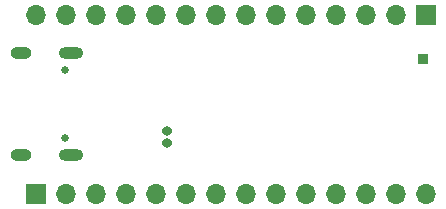
<source format=gbr>
%TF.GenerationSoftware,KiCad,Pcbnew,8.0.8*%
%TF.CreationDate,2025-02-11T08:33:35+00:00*%
%TF.ProjectId,stm32c071devboard,73746d33-3263-4303-9731-646576626f61,rev?*%
%TF.SameCoordinates,Original*%
%TF.FileFunction,Soldermask,Bot*%
%TF.FilePolarity,Negative*%
%FSLAX46Y46*%
G04 Gerber Fmt 4.6, Leading zero omitted, Abs format (unit mm)*
G04 Created by KiCad (PCBNEW 8.0.8) date 2025-02-11 08:33:35*
%MOMM*%
%LPD*%
G01*
G04 APERTURE LIST*
%ADD10C,0.650000*%
%ADD11O,2.100000X1.000000*%
%ADD12O,1.800000X1.000000*%
%ADD13O,0.860000X0.770000*%
%ADD14R,1.700000X1.700000*%
%ADD15O,1.700000X1.700000*%
%ADD16R,0.850000X0.850000*%
G04 APERTURE END LIST*
D10*
%TO.C,J1*%
X85255000Y-62110000D03*
X85255000Y-67890000D03*
D11*
X85775000Y-60680000D03*
D12*
X81575000Y-60680000D03*
D11*
X85775000Y-69320000D03*
D12*
X81575000Y-69320000D03*
%TD*%
D13*
%TO.C,J5*%
X93900000Y-67300000D03*
X93900000Y-68300000D03*
%TD*%
D14*
%TO.C,J2*%
X82804000Y-72644000D03*
D15*
X85344000Y-72644000D03*
X87884000Y-72644000D03*
X90424000Y-72644000D03*
X92964000Y-72644000D03*
X95504000Y-72644000D03*
X98044000Y-72644000D03*
X100584000Y-72644000D03*
X103124000Y-72644000D03*
X105664000Y-72644000D03*
X108204000Y-72644000D03*
X110744000Y-72644000D03*
X113284000Y-72644000D03*
X115824000Y-72644000D03*
%TD*%
D14*
%TO.C,J4*%
X115824000Y-57500000D03*
D15*
X113284000Y-57500000D03*
X110744000Y-57500000D03*
X108204000Y-57500000D03*
X105664000Y-57500000D03*
X103124000Y-57500000D03*
X100584000Y-57500000D03*
X98044000Y-57500000D03*
X95504000Y-57500000D03*
X92964000Y-57500000D03*
X90424000Y-57500000D03*
X87884000Y-57500000D03*
X85344000Y-57500000D03*
X82804000Y-57500000D03*
%TD*%
D16*
%TO.C,J3*%
X115570000Y-61214000D03*
%TD*%
M02*

</source>
